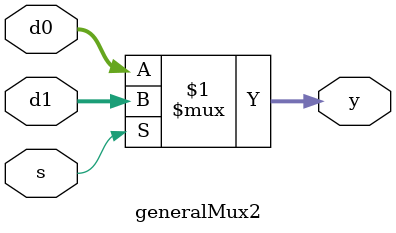
<source format=sv>
module generalMux2(input logic [7:0] d0, d1,
input logic s,
output logic [7:0] y);
assign y = s ? d1 : d0;
endmodule
</source>
